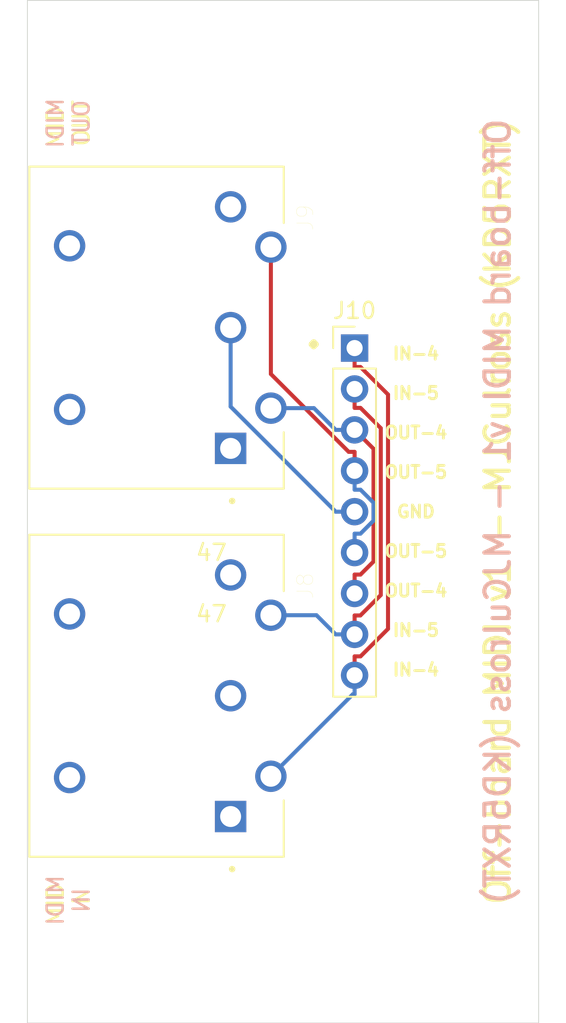
<source format=kicad_pcb>
(kicad_pcb (version 20171130) (host pcbnew "(5.1.9)-1")

  (general
    (thickness 1.6)
    (drawings 14)
    (tracks 42)
    (zones 0)
    (modules 7)
    (nets 6)
  )

  (page A4)
  (layers
    (0 F.Cu signal)
    (31 B.Cu signal)
    (32 B.Adhes user)
    (33 F.Adhes user)
    (34 B.Paste user)
    (35 F.Paste user)
    (36 B.SilkS user)
    (37 F.SilkS user)
    (38 B.Mask user)
    (39 F.Mask user)
    (40 Dwgs.User user)
    (41 Cmts.User user)
    (42 Eco1.User user)
    (43 Eco2.User user)
    (44 Edge.Cuts user)
    (45 Margin user)
    (46 B.CrtYd user)
    (47 F.CrtYd user)
    (48 B.Fab user)
    (49 F.Fab user)
  )

  (setup
    (last_trace_width 0.25)
    (trace_clearance 0.2)
    (zone_clearance 0.508)
    (zone_45_only no)
    (trace_min 0.2)
    (via_size 0.8)
    (via_drill 0.4)
    (via_min_size 0.4)
    (via_min_drill 0.3)
    (uvia_size 0.3)
    (uvia_drill 0.1)
    (uvias_allowed no)
    (uvia_min_size 0.2)
    (uvia_min_drill 0.1)
    (edge_width 0.05)
    (segment_width 0.2)
    (pcb_text_width 0.3)
    (pcb_text_size 1.5 1.5)
    (mod_edge_width 0.12)
    (mod_text_size 1 1)
    (mod_text_width 0.15)
    (pad_size 1.524 1.524)
    (pad_drill 0.762)
    (pad_to_mask_clearance 0)
    (aux_axis_origin 0 0)
    (visible_elements 7FFFFFFF)
    (pcbplotparams
      (layerselection 0x010fc_ffffffff)
      (usegerberextensions false)
      (usegerberattributes true)
      (usegerberadvancedattributes true)
      (creategerberjobfile true)
      (excludeedgelayer true)
      (linewidth 0.100000)
      (plotframeref false)
      (viasonmask false)
      (mode 1)
      (useauxorigin false)
      (hpglpennumber 1)
      (hpglpenspeed 20)
      (hpglpendiameter 15.000000)
      (psnegative false)
      (psa4output false)
      (plotreference true)
      (plotvalue true)
      (plotinvisibletext false)
      (padsonsilk false)
      (subtractmaskfromsilk false)
      (outputformat 1)
      (mirror false)
      (drillshape 1)
      (scaleselection 1)
      (outputdirectory ""))
  )

  (net 0 "")
  (net 1 "Net-(J10-Pad4)")
  (net 2 "Net-(J10-Pad3)")
  (net 3 "Net-(J10-Pad1)")
  (net 4 "Net-(J10-Pad2)")
  (net 5 "Net-(J10-Pad5)")

  (net_class Default "This is the default net class."
    (clearance 0.2)
    (trace_width 0.25)
    (via_dia 0.8)
    (via_drill 0.4)
    (uvia_dia 0.3)
    (uvia_drill 0.1)
    (add_net "Net-(J10-Pad1)")
    (add_net "Net-(J10-Pad2)")
    (add_net "Net-(J10-Pad3)")
    (add_net "Net-(J10-Pad4)")
    (add_net "Net-(J10-Pad5)")
  )

  (net_class Power ""
    (clearance 0.2)
    (trace_width 0.5)
    (via_dia 0.8)
    (via_drill 0.4)
    (uvia_dia 0.3)
    (uvia_drill 0.1)
  )

  (module MountingHole:MountingHole_2.5mm (layer F.Cu) (tedit 56D1B4CB) (tstamp 64302A2D)
    (at 27.94 49.53)
    (descr "Mounting Hole 2.5mm, no annular")
    (tags "mounting hole 2.5mm no annular")
    (attr virtual)
    (fp_text reference REFa (at 0 -3.5) (layer F.SilkS) hide
      (effects (font (size 1 1) (thickness 0.15)))
    )
    (fp_text value MountingHole_2.5mm (at 0 3.5) (layer F.Fab)
      (effects (font (size 1 1) (thickness 0.15)))
    )
    (fp_circle (center 0 0) (end 2.5 0) (layer Cmts.User) (width 0.15))
    (fp_circle (center 0 0) (end 2.75 0) (layer F.CrtYd) (width 0.05))
    (fp_text user %R (at 0.3 0) (layer F.Fab)
      (effects (font (size 1 1) (thickness 0.15)))
    )
    (pad 1 np_thru_hole circle (at 0 0) (size 2.5 2.5) (drill 2.5) (layers *.Cu *.Mask))
  )

  (module MountingHole:MountingHole_2.5mm (layer F.Cu) (tedit 56D1B4CB) (tstamp 643029CD)
    (at 46.99 49.53)
    (descr "Mounting Hole 2.5mm, no annular")
    (tags "mounting hole 2.5mm no annular")
    (attr virtual)
    (fp_text reference REFb (at 0 -3.5) (layer F.SilkS) hide
      (effects (font (size 1 1) (thickness 0.15)))
    )
    (fp_text value MountingHole_2.5mm (at 0 3.5) (layer F.Fab)
      (effects (font (size 1 1) (thickness 0.15)))
    )
    (fp_circle (center 0 0) (end 2.5 0) (layer Cmts.User) (width 0.15))
    (fp_circle (center 0 0) (end 2.75 0) (layer F.CrtYd) (width 0.05))
    (fp_text user %R (at 0.3 0) (layer F.Fab)
      (effects (font (size 1 1) (thickness 0.15)))
    )
    (pad 1 np_thru_hole circle (at 0 0) (size 2.5 2.5) (drill 2.5) (layers *.Cu *.Mask))
  )

  (module MountingHole:MountingHole_2.5mm (layer F.Cu) (tedit 56D1B4CB) (tstamp 643029A9)
    (at 46.99 100.33)
    (descr "Mounting Hole 2.5mm, no annular")
    (tags "mounting hole 2.5mm no annular")
    (attr virtual)
    (fp_text reference REFd (at 0 -3.5) (layer F.SilkS) hide
      (effects (font (size 1 1) (thickness 0.15)))
    )
    (fp_text value MountingHole_2.5mm (at 0 3.5) (layer F.Fab)
      (effects (font (size 1 1) (thickness 0.15)))
    )
    (fp_circle (center 0 0) (end 2.5 0) (layer Cmts.User) (width 0.15))
    (fp_circle (center 0 0) (end 2.75 0) (layer F.CrtYd) (width 0.05))
    (fp_text user %R (at 0.3 0) (layer F.Fab)
      (effects (font (size 1 1) (thickness 0.15)))
    )
    (pad 1 np_thru_hole circle (at 0 0) (size 2.5 2.5) (drill 2.5) (layers *.Cu *.Mask))
  )

  (module MountingHole:MountingHole_2.5mm (layer F.Cu) (tedit 56D1B4CB) (tstamp 64302985)
    (at 27.94 100.33)
    (descr "Mounting Hole 2.5mm, no annular")
    (tags "mounting hole 2.5mm no annular")
    (attr virtual)
    (fp_text reference REFc (at 0 -3.5) (layer F.SilkS) hide
      (effects (font (size 1 1) (thickness 0.15)))
    )
    (fp_text value MountingHole_2.5mm (at 0 3.5) (layer F.Fab)
      (effects (font (size 1 1) (thickness 0.15)))
    )
    (fp_circle (center 0 0) (end 2.5 0) (layer Cmts.User) (width 0.15))
    (fp_circle (center 0 0) (end 2.75 0) (layer F.CrtYd) (width 0.05))
    (fp_text user %R (at 0.3 0) (layer F.Fab)
      (effects (font (size 1 1) (thickness 0.15)))
    )
    (pad 1 np_thru_hole circle (at 0 0) (size 2.5 2.5) (drill 2.5) (layers *.Cu *.Mask))
  )

  (module Connector_PinHeader_2.54mm:PinHeader_1x09_P2.54mm_Vertical (layer F.Cu) (tedit 59FED5CC) (tstamp 6419FD0A)
    (at 41.91 64.77)
    (descr "Through hole straight pin header, 1x09, 2.54mm pitch, single row")
    (tags "Through hole pin header THT 1x09 2.54mm single row")
    (path /641C0548)
    (fp_text reference J10 (at 0 -2.33) (layer F.SilkS)
      (effects (font (size 1 1) (thickness 0.15)))
    )
    (fp_text value "MIDI EXT" (at 0 22.65) (layer F.Fab)
      (effects (font (size 1 1) (thickness 0.15)))
    )
    (fp_line (start 1.8 -1.8) (end -1.8 -1.8) (layer F.CrtYd) (width 0.05))
    (fp_line (start 1.8 22.1) (end 1.8 -1.8) (layer F.CrtYd) (width 0.05))
    (fp_line (start -1.8 22.1) (end 1.8 22.1) (layer F.CrtYd) (width 0.05))
    (fp_line (start -1.8 -1.8) (end -1.8 22.1) (layer F.CrtYd) (width 0.05))
    (fp_line (start -1.33 -1.33) (end 0 -1.33) (layer F.SilkS) (width 0.12))
    (fp_line (start -1.33 0) (end -1.33 -1.33) (layer F.SilkS) (width 0.12))
    (fp_line (start -1.33 1.27) (end 1.33 1.27) (layer F.SilkS) (width 0.12))
    (fp_line (start 1.33 1.27) (end 1.33 21.65) (layer F.SilkS) (width 0.12))
    (fp_line (start -1.33 1.27) (end -1.33 21.65) (layer F.SilkS) (width 0.12))
    (fp_line (start -1.33 21.65) (end 1.33 21.65) (layer F.SilkS) (width 0.12))
    (fp_line (start -1.27 -0.635) (end -0.635 -1.27) (layer F.Fab) (width 0.1))
    (fp_line (start -1.27 21.59) (end -1.27 -0.635) (layer F.Fab) (width 0.1))
    (fp_line (start 1.27 21.59) (end -1.27 21.59) (layer F.Fab) (width 0.1))
    (fp_line (start 1.27 -1.27) (end 1.27 21.59) (layer F.Fab) (width 0.1))
    (fp_line (start -0.635 -1.27) (end 1.27 -1.27) (layer F.Fab) (width 0.1))
    (fp_text user %R (at 0 10.16 90) (layer F.Fab)
      (effects (font (size 1 1) (thickness 0.15)))
    )
    (pad 1 thru_hole rect (at 0 0) (size 1.7 1.7) (drill 1) (layers *.Cu *.Mask)
      (net 3 "Net-(J10-Pad1)"))
    (pad 2 thru_hole oval (at 0 2.54) (size 1.7 1.7) (drill 1) (layers *.Cu *.Mask)
      (net 4 "Net-(J10-Pad2)"))
    (pad 3 thru_hole oval (at 0 5.08) (size 1.7 1.7) (drill 1) (layers *.Cu *.Mask)
      (net 2 "Net-(J10-Pad3)"))
    (pad 4 thru_hole oval (at 0 7.62) (size 1.7 1.7) (drill 1) (layers *.Cu *.Mask)
      (net 1 "Net-(J10-Pad4)"))
    (pad 5 thru_hole oval (at 0 10.16) (size 1.7 1.7) (drill 1) (layers *.Cu *.Mask)
      (net 5 "Net-(J10-Pad5)"))
    (pad 6 thru_hole oval (at 0 12.7) (size 1.7 1.7) (drill 1) (layers *.Cu *.Mask)
      (net 1 "Net-(J10-Pad4)"))
    (pad 7 thru_hole oval (at 0 15.24) (size 1.7 1.7) (drill 1) (layers *.Cu *.Mask)
      (net 2 "Net-(J10-Pad3)"))
    (pad 8 thru_hole oval (at 0 17.78) (size 1.7 1.7) (drill 1) (layers *.Cu *.Mask)
      (net 4 "Net-(J10-Pad2)"))
    (pad 9 thru_hole oval (at 0 20.32) (size 1.7 1.7) (drill 1) (layers *.Cu *.Mask)
      (net 3 "Net-(J10-Pad1)"))
    (model ${KISYS3DMOD}/Connector_PinHeader_2.54mm.3dshapes/PinHeader_1x09_P2.54mm_Vertical.wrl
      (at (xyz 0 0 0))
      (scale (xyz 1 1 1))
      (rotate (xyz 0 0 0))
    )
  )

  (module MJC:MIDI-5-pin-DIN-180 (layer F.Cu) (tedit 6063DE1F) (tstamp 64199DDF)
    (at 29.21 86.36 270)
    (path /605C5539)
    (fp_text reference J8 (at -6.825 -9.635 90) (layer F.SilkS)
      (effects (font (size 1 1) (thickness 0.015)))
    )
    (fp_text value MIDI-IN (at -3.015 8.635 90) (layer F.Fab)
      (effects (font (size 1 1) (thickness 0.015)))
    )
    (fp_circle (center 10.764 -5.094) (end 10.864 -5.094) (layer F.SilkS) (width 0.2))
    (fp_line (start -10 7.5) (end -10 -8.3) (layer F.Fab) (width 0.127))
    (fp_line (start -10 -8.3) (end 10 -8.3) (layer F.Fab) (width 0.127))
    (fp_line (start 10 -8.3) (end 10 7.5) (layer F.Fab) (width 0.127))
    (fp_line (start 10 7.5) (end -10 7.5) (layer F.Fab) (width 0.127))
    (fp_line (start -10 7.5) (end -10 -8.3) (layer F.SilkS) (width 0.127))
    (fp_line (start 10 -8.3) (end 10 7.5) (layer F.SilkS) (width 0.127))
    (fp_line (start -10.25 7.75) (end -10.25 -8.55) (layer F.CrtYd) (width 0.05))
    (fp_line (start -10.25 -8.55) (end -6.25 -8.55) (layer F.CrtYd) (width 0.05))
    (fp_line (start -6.25 -8.55) (end -6.25 -8.75) (layer F.CrtYd) (width 0.05))
    (fp_line (start -6.25 -8.75) (end 6.25 -8.75) (layer F.CrtYd) (width 0.05))
    (fp_line (start 6.25 -8.75) (end 6.25 -8.55) (layer F.CrtYd) (width 0.05))
    (fp_line (start 6.25 -8.55) (end 10.25 -8.55) (layer F.CrtYd) (width 0.05))
    (fp_line (start 10.25 -8.55) (end 10.25 7.75) (layer F.CrtYd) (width 0.05))
    (fp_line (start 10.25 7.75) (end -10.25 7.75) (layer F.CrtYd) (width 0.05))
    (fp_line (start -10 -8.3) (end -6.5 -8.3) (layer F.SilkS) (width 0.127))
    (fp_line (start -10 7.5) (end 10 7.5) (layer F.SilkS) (width 0.127))
    (fp_line (start 6.5 -8.3) (end 10 -8.3) (layer F.SilkS) (width 0.127))
    (fp_circle (center 10.764 -5.094) (end 10.864 -5.094) (layer F.Fab) (width 0.2))
    (pad 3 thru_hole circle (at -7.5 -5 270) (size 1.95 1.95) (drill 1.3) (layers *.Cu *.Mask))
    (pad 4 thru_hole circle (at 5 -7.5 270) (size 1.95 1.95) (drill 1.3) (layers *.Cu *.Mask)
      (net 3 "Net-(J10-Pad1)"))
    (pad 5 thru_hole circle (at -5 -7.5 270) (size 1.95 1.95) (drill 1.3) (layers *.Cu *.Mask)
      (net 4 "Net-(J10-Pad2)"))
    (pad 1 thru_hole rect (at 7.5 -5 270) (size 1.95 1.95) (drill 1.3) (layers *.Cu *.Mask))
    (pad 2 thru_hole circle (at 0 -5 270) (size 1.95 1.95) (drill 1.3) (layers *.Cu *.Mask))
    (pad E2 thru_hole circle (at 5.08 5 270) (size 1.95 1.95) (drill 1.3) (layers *.Cu *.Mask))
    (pad E1 thru_hole circle (at -5.08 5 270) (size 1.95 1.95) (drill 1.3) (layers *.Cu *.Mask))
  )

  (module MJC:MIDI-5-pin-DIN-180 (layer F.Cu) (tedit 6063DE1F) (tstamp 643010F4)
    (at 29.21 63.5 270)
    (path /605C6EAC)
    (fp_text reference J9 (at -6.825 -9.635 90) (layer F.SilkS)
      (effects (font (size 1 1) (thickness 0.015)))
    )
    (fp_text value MIDI-OUT (at -3.015 8.635 90) (layer F.Fab)
      (effects (font (size 1 1) (thickness 0.015)))
    )
    (fp_circle (center 10.764 -5.094) (end 10.864 -5.094) (layer F.Fab) (width 0.2))
    (fp_line (start 6.5 -8.3) (end 10 -8.3) (layer F.SilkS) (width 0.127))
    (fp_line (start -10 7.5) (end 10 7.5) (layer F.SilkS) (width 0.127))
    (fp_line (start -10 -8.3) (end -6.5 -8.3) (layer F.SilkS) (width 0.127))
    (fp_line (start 10.25 7.75) (end -10.25 7.75) (layer F.CrtYd) (width 0.05))
    (fp_line (start 10.25 -8.55) (end 10.25 7.75) (layer F.CrtYd) (width 0.05))
    (fp_line (start 6.25 -8.55) (end 10.25 -8.55) (layer F.CrtYd) (width 0.05))
    (fp_line (start 6.25 -8.75) (end 6.25 -8.55) (layer F.CrtYd) (width 0.05))
    (fp_line (start -6.25 -8.75) (end 6.25 -8.75) (layer F.CrtYd) (width 0.05))
    (fp_line (start -6.25 -8.55) (end -6.25 -8.75) (layer F.CrtYd) (width 0.05))
    (fp_line (start -10.25 -8.55) (end -6.25 -8.55) (layer F.CrtYd) (width 0.05))
    (fp_line (start -10.25 7.75) (end -10.25 -8.55) (layer F.CrtYd) (width 0.05))
    (fp_line (start 10 -8.3) (end 10 7.5) (layer F.SilkS) (width 0.127))
    (fp_line (start -10 7.5) (end -10 -8.3) (layer F.SilkS) (width 0.127))
    (fp_line (start 10 7.5) (end -10 7.5) (layer F.Fab) (width 0.127))
    (fp_line (start 10 -8.3) (end 10 7.5) (layer F.Fab) (width 0.127))
    (fp_line (start -10 -8.3) (end 10 -8.3) (layer F.Fab) (width 0.127))
    (fp_line (start -10 7.5) (end -10 -8.3) (layer F.Fab) (width 0.127))
    (fp_circle (center 10.764 -5.094) (end 10.864 -5.094) (layer F.SilkS) (width 0.2))
    (pad E1 thru_hole circle (at -5.08 5 270) (size 1.95 1.95) (drill 1.3) (layers *.Cu *.Mask))
    (pad E2 thru_hole circle (at 5.08 5 270) (size 1.95 1.95) (drill 1.3) (layers *.Cu *.Mask))
    (pad 2 thru_hole circle (at 0 -5 270) (size 1.95 1.95) (drill 1.3) (layers *.Cu *.Mask)
      (net 5 "Net-(J10-Pad5)"))
    (pad 1 thru_hole rect (at 7.5 -5 270) (size 1.95 1.95) (drill 1.3) (layers *.Cu *.Mask))
    (pad 5 thru_hole circle (at -5 -7.5 270) (size 1.95 1.95) (drill 1.3) (layers *.Cu *.Mask)
      (net 1 "Net-(J10-Pad4)"))
    (pad 4 thru_hole circle (at 5 -7.5 270) (size 1.95 1.95) (drill 1.3) (layers *.Cu *.Mask)
      (net 2 "Net-(J10-Pad3)"))
    (pad 3 thru_hole circle (at -7.5 -5 270) (size 1.95 1.95) (drill 1.3) (layers *.Cu *.Mask))
  )

  (gr_line (start 53.34 43.18) (end 53.34 106.68) (layer Edge.Cuts) (width 0.05) (tstamp 64302ADB))
  (gr_line (start 21.59 43.18) (end 53.34 43.18) (layer Edge.Cuts) (width 0.05))
  (gr_line (start 21.59 43.18) (end 21.59 106.68) (layer Edge.Cuts) (width 0.05))
  (gr_text . (at 39.37 63.5) (layer F.SilkS) (tstamp 641A02FF)
    (effects (font (size 2.54 2.54) (thickness 0.381)))
  )
  (gr_text "MIDI\nIN" (at 24.13 99.06 90) (layer B.SilkS) (tstamp 6419FCA0)
    (effects (font (size 1 1) (thickness 0.15)) (justify mirror))
  )
  (gr_text "MIDI\nOUT" (at 24.13 50.8 90) (layer B.SilkS) (tstamp 6419FC28)
    (effects (font (size 1 1) (thickness 0.15)) (justify mirror))
  )
  (gr_text "Off-board MIDI v1 - MJCulross (KD5RXT)" (at 50.8 74.93 90) (layer B.SilkS) (tstamp 6419FC09)
    (effects (font (size 1.524 1.524) (thickness 0.254)) (justify mirror))
  )
  (gr_text "Off-board MIDI v1 - MJCulross (KD5RXT)" (at 50.8 74.93 90) (layer F.SilkS) (tstamp 6430177F)
    (effects (font (size 1.524 1.524) (thickness 0.254)))
  )
  (gr_text 47 (at 33.02 81.28) (layer F.SilkS)
    (effects (font (size 1 1) (thickness 0.15)))
  )
  (gr_text 47 (at 33.02 77.47) (layer F.SilkS)
    (effects (font (size 1 1) (thickness 0.15)))
  )
  (gr_text "IN-4\n\nIN-5\n\nOUT-4\n\nOUT-5\n\nGND\n\nOUT-5\n\nOUT-4\n\nIN-5\n\nIN-4" (at 45.72 74.93) (layer F.SilkS)
    (effects (font (size 0.762 0.762) (thickness 0.1778)))
  )
  (gr_text "MIDI\nIN" (at 24.13 99.06 90) (layer F.SilkS)
    (effects (font (size 1 1) (thickness 0.15)))
  )
  (gr_text "MIDI\nOUT" (at 24.13 50.8 90) (layer F.SilkS)
    (effects (font (size 1 1) (thickness 0.15)))
  )
  (gr_line (start 53.34 106.68) (end 21.59 106.68) (layer Edge.Cuts) (width 0.05))

  (segment (start 41.91 72.39) (end 41.91 73.5653) (width 0.25) (layer B.Cu) (net 1))
  (segment (start 41.91 77.47) (end 41.91 76.2947) (width 0.25) (layer B.Cu) (net 1))
  (segment (start 41.91 76.2947) (end 42.2773 76.2947) (width 0.25) (layer B.Cu) (net 1))
  (segment (start 42.2773 76.2947) (end 43.0853 75.4867) (width 0.25) (layer B.Cu) (net 1))
  (segment (start 43.0853 75.4867) (end 43.0853 74.3732) (width 0.25) (layer B.Cu) (net 1))
  (segment (start 43.0853 74.3732) (end 42.2774 73.5653) (width 0.25) (layer B.Cu) (net 1))
  (segment (start 42.2774 73.5653) (end 41.91 73.5653) (width 0.25) (layer B.Cu) (net 1))
  (segment (start 41.91 72.39) (end 41.91 71.2147) (width 0.25) (layer F.Cu) (net 1))
  (segment (start 36.71 58.5) (end 36.71 66.3821) (width 0.25) (layer F.Cu) (net 1))
  (segment (start 36.71 66.3821) (end 41.5426 71.2147) (width 0.25) (layer F.Cu) (net 1))
  (segment (start 41.5426 71.2147) (end 41.91 71.2147) (width 0.25) (layer F.Cu) (net 1))
  (segment (start 41.91 69.85) (end 40.7347 69.85) (width 0.25) (layer B.Cu) (net 2))
  (segment (start 36.71 68.5) (end 39.3847 68.5) (width 0.25) (layer B.Cu) (net 2))
  (segment (start 39.3847 68.5) (end 40.7347 69.85) (width 0.25) (layer B.Cu) (net 2))
  (segment (start 41.91 80.01) (end 41.91 78.8347) (width 0.25) (layer F.Cu) (net 2))
  (segment (start 41.91 78.8347) (end 42.2774 78.8347) (width 0.25) (layer F.Cu) (net 2))
  (segment (start 42.2774 78.8347) (end 43.0853 78.0268) (width 0.25) (layer F.Cu) (net 2))
  (segment (start 43.0853 78.0268) (end 43.0853 71.0253) (width 0.25) (layer F.Cu) (net 2))
  (segment (start 43.0853 71.0253) (end 41.91 69.85) (width 0.25) (layer F.Cu) (net 2))
  (segment (start 41.91 83.9147) (end 42.2773 83.9147) (width 0.25) (layer F.Cu) (net 3))
  (segment (start 42.2773 83.9147) (end 43.9859 82.2061) (width 0.25) (layer F.Cu) (net 3))
  (segment (start 43.9859 82.2061) (end 43.9859 67.6538) (width 0.25) (layer F.Cu) (net 3))
  (segment (start 43.9859 67.6538) (end 42.2774 65.9453) (width 0.25) (layer F.Cu) (net 3))
  (segment (start 42.2774 65.9453) (end 41.91 65.9453) (width 0.25) (layer F.Cu) (net 3))
  (segment (start 41.91 64.77) (end 41.91 65.9453) (width 0.25) (layer F.Cu) (net 3))
  (segment (start 41.91 85.09) (end 41.91 83.9147) (width 0.25) (layer F.Cu) (net 3))
  (segment (start 41.91 85.09) (end 41.91 86.2653) (width 0.25) (layer B.Cu) (net 3))
  (segment (start 36.71 91.36) (end 41.8047 86.2653) (width 0.25) (layer B.Cu) (net 3))
  (segment (start 41.8047 86.2653) (end 41.91 86.2653) (width 0.25) (layer B.Cu) (net 3))
  (segment (start 41.91 81.3747) (end 42.2682 81.3747) (width 0.25) (layer F.Cu) (net 4))
  (segment (start 42.2682 81.3747) (end 43.5356 80.1073) (width 0.25) (layer F.Cu) (net 4))
  (segment (start 43.5356 80.1073) (end 43.5356 69.7435) (width 0.25) (layer F.Cu) (net 4))
  (segment (start 43.5356 69.7435) (end 42.2774 68.4853) (width 0.25) (layer F.Cu) (net 4))
  (segment (start 42.2774 68.4853) (end 41.91 68.4853) (width 0.25) (layer F.Cu) (net 4))
  (segment (start 41.91 67.31) (end 41.91 68.4853) (width 0.25) (layer F.Cu) (net 4))
  (segment (start 41.91 82.55) (end 41.91 81.3747) (width 0.25) (layer F.Cu) (net 4))
  (segment (start 41.91 82.55) (end 40.7347 82.55) (width 0.25) (layer B.Cu) (net 4))
  (segment (start 36.71 81.36) (end 39.5447 81.36) (width 0.25) (layer B.Cu) (net 4))
  (segment (start 39.5447 81.36) (end 40.7347 82.55) (width 0.25) (layer B.Cu) (net 4))
  (segment (start 41.91 74.93) (end 40.7347 74.93) (width 0.25) (layer B.Cu) (net 5))
  (segment (start 34.21 63.5) (end 34.21 68.4053) (width 0.25) (layer B.Cu) (net 5))
  (segment (start 34.21 68.4053) (end 40.7347 74.93) (width 0.25) (layer B.Cu) (net 5))

)

</source>
